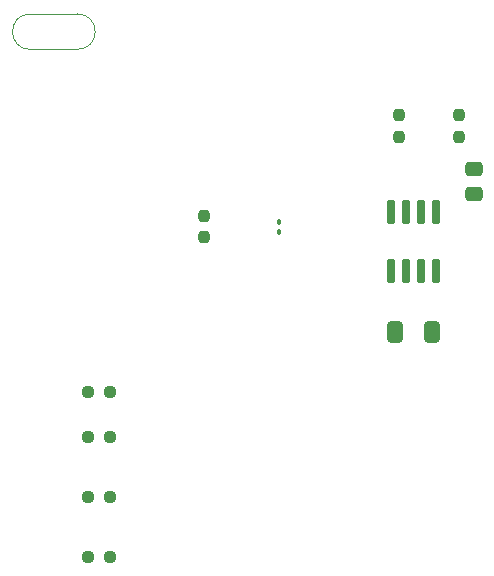
<source format=gbp>
G04 #@! TF.GenerationSoftware,KiCad,Pcbnew,(6.0.2)*
G04 #@! TF.CreationDate,2022-02-22T23:29:17+09:00*
G04 #@! TF.ProjectId,ACBoard,4143426f-6172-4642-9e6b-696361645f70,rev?*
G04 #@! TF.SameCoordinates,Original*
G04 #@! TF.FileFunction,Paste,Bot*
G04 #@! TF.FilePolarity,Positive*
%FSLAX46Y46*%
G04 Gerber Fmt 4.6, Leading zero omitted, Abs format (unit mm)*
G04 Created by KiCad (PCBNEW (6.0.2)) date 2022-02-22 23:29:17*
%MOMM*%
%LPD*%
G01*
G04 APERTURE LIST*
G04 Aperture macros list*
%AMRoundRect*
0 Rectangle with rounded corners*
0 $1 Rounding radius*
0 $2 $3 $4 $5 $6 $7 $8 $9 X,Y pos of 4 corners*
0 Add a 4 corners polygon primitive as box body*
4,1,4,$2,$3,$4,$5,$6,$7,$8,$9,$2,$3,0*
0 Add four circle primitives for the rounded corners*
1,1,$1+$1,$2,$3*
1,1,$1+$1,$4,$5*
1,1,$1+$1,$6,$7*
1,1,$1+$1,$8,$9*
0 Add four rect primitives between the rounded corners*
20,1,$1+$1,$2,$3,$4,$5,0*
20,1,$1+$1,$4,$5,$6,$7,0*
20,1,$1+$1,$6,$7,$8,$9,0*
20,1,$1+$1,$8,$9,$2,$3,0*%
G04 Aperture macros list end*
%ADD10C,0.120000*%
%ADD11RoundRect,0.042000X-0.258000X0.943000X-0.258000X-0.943000X0.258000X-0.943000X0.258000X0.943000X0*%
%ADD12RoundRect,0.237500X-0.237500X0.250000X-0.237500X-0.250000X0.237500X-0.250000X0.237500X0.250000X0*%
%ADD13RoundRect,0.237500X0.237500X-0.250000X0.237500X0.250000X-0.237500X0.250000X-0.237500X-0.250000X0*%
%ADD14RoundRect,0.237500X0.250000X0.237500X-0.250000X0.237500X-0.250000X-0.237500X0.250000X-0.237500X0*%
%ADD15RoundRect,0.090000X0.090000X-0.139000X0.090000X0.139000X-0.090000X0.139000X-0.090000X-0.139000X0*%
%ADD16RoundRect,0.250000X-0.412500X-0.650000X0.412500X-0.650000X0.412500X0.650000X-0.412500X0.650000X0*%
%ADD17RoundRect,0.250000X-0.475000X0.337500X-0.475000X-0.337500X0.475000X-0.337500X0.475000X0.337500X0*%
G04 APERTURE END LIST*
D10*
X170910000Y-17550000D02*
X166910000Y-17550000D01*
X166910000Y-20550000D02*
X170910000Y-20550000D01*
X166910000Y-17550000D02*
G75*
G03*
X166910000Y-20550000I0J-1500000D01*
G01*
X170910000Y-20550000D02*
G75*
G03*
X170910000Y-17550000I0J1500000D01*
G01*
D11*
X197485000Y-39300000D03*
X198755000Y-39300000D03*
X200025000Y-39300000D03*
X201295000Y-39300000D03*
X201295000Y-34360000D03*
X200025000Y-34360000D03*
X198755000Y-34360000D03*
X197485000Y-34360000D03*
D12*
X203200000Y-27940000D03*
X203200000Y-26115000D03*
D13*
X198120000Y-26115000D03*
X198120000Y-27940000D03*
D12*
X181610000Y-34647500D03*
X181610000Y-36472500D03*
D14*
X173632500Y-63500000D03*
X171807500Y-63500000D03*
X173632500Y-53340000D03*
X171807500Y-53340000D03*
X173632500Y-58420000D03*
X171807500Y-58420000D03*
X173632500Y-49530000D03*
X171807500Y-49530000D03*
D15*
X187960000Y-35992500D03*
X187960000Y-35127500D03*
D16*
X200952500Y-44450000D03*
X197827500Y-44450000D03*
D17*
X204470000Y-32787500D03*
X204470000Y-30712500D03*
M02*

</source>
